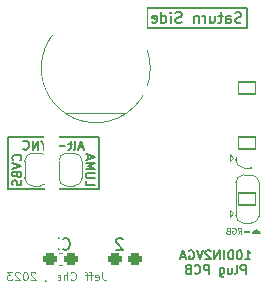
<source format=gbr>
G04 #@! TF.GenerationSoftware,KiCad,Pcbnew,(6.0.6-0)*
G04 #@! TF.CreationDate,2023-01-05T22:31:35-05:00*
G04 #@! TF.ProjectId,10DIN2VGA,31304449-4e32-4564-9741-2e6b69636164,1.0*
G04 #@! TF.SameCoordinates,Original*
G04 #@! TF.FileFunction,Legend,Bot*
G04 #@! TF.FilePolarity,Positive*
%FSLAX46Y46*%
G04 Gerber Fmt 4.6, Leading zero omitted, Abs format (unit mm)*
G04 Created by KiCad (PCBNEW (6.0.6-0)) date 2023-01-05 22:31:35*
%MOMM*%
%LPD*%
G01*
G04 APERTURE LIST*
G04 Aperture macros list*
%AMRoundRect*
0 Rectangle with rounded corners*
0 $1 Rounding radius*
0 $2 $3 $4 $5 $6 $7 $8 $9 X,Y pos of 4 corners*
0 Add a 4 corners polygon primitive as box body*
4,1,4,$2,$3,$4,$5,$6,$7,$8,$9,$2,$3,0*
0 Add four circle primitives for the rounded corners*
1,1,$1+$1,$2,$3*
1,1,$1+$1,$4,$5*
1,1,$1+$1,$6,$7*
1,1,$1+$1,$8,$9*
0 Add four rect primitives between the rounded corners*
20,1,$1+$1,$2,$3,$4,$5,0*
20,1,$1+$1,$4,$5,$6,$7,0*
20,1,$1+$1,$6,$7,$8,$9,0*
20,1,$1+$1,$8,$9,$2,$3,0*%
%AMFreePoly0*
4,1,87,-0.648869,2.754349,-0.511172,2.720633,-0.497808,2.715259,-0.375109,2.644249,-0.363792,2.635340,-0.265954,2.532748,-0.257592,2.521021,-0.192482,2.395093,-0.187747,2.381490,-0.160596,2.242348,-0.159870,2.227962,-0.161257,2.212898,-0.122695,1.847685,-0.047787,1.458701,0.059894,1.077478,0.199570,0.706771,0.370223,0.349286,0.570637,0.007567,0.799340,-0.315875,1.054694,-0.618725,
1.334850,-0.898791,1.637794,-1.154057,1.943417,-1.370010,1.962932,-1.379260,1.974942,-1.387212,2.080856,-1.481443,2.090150,-1.492445,2.165360,-1.612614,2.171194,-1.625783,2.209654,-1.762232,2.211557,-1.776510,2.210174,-1.918268,2.207993,-1.932505,2.166879,-2.068177,2.160790,-2.081229,2.083250,-2.199910,2.073742,-2.210730,1.966009,-2.302876,1.953846,-2.310592,1.824581,-2.368798,
1.810742,-2.372790,1.670336,-2.392374,1.655933,-2.392321,1.515673,-2.371713,1.501863,-2.367620,1.373027,-2.308473,1.366180,-2.304665,1.355993,-2.297921,1.351138,-2.294138,1.000952,-2.048550,0.997801,-2.046152,0.654692,-1.763225,0.651738,-1.760589,0.331705,-1.451800,0.328965,-1.448942,0.033952,-1.116167,0.031443,-1.113105,-0.236758,-0.758366,-0.239021,-0.755117,-0.478780,-0.380567,
-0.480783,-0.377152,-0.690645,0.014932,-0.692376,0.018493,-0.871065,0.425730,-0.872513,0.429415,-1.018944,0.849331,-1.020101,0.853118,-1.133384,1.283163,-1.134243,1.287028,-1.213691,1.724589,-1.214246,1.728509,-1.259376,2.170928,-1.259573,2.173518,-1.260190,2.185720,-1.259980,2.193559,-1.245262,2.334558,-1.241751,2.348527,-1.188052,2.479727,-1.180762,2.492148,-1.092397,2.603005,
-1.081913,2.612882,-0.965986,2.694480,-0.953152,2.701017,-0.818983,2.746800,-0.804829,2.749472,-0.663203,2.755757,-0.648869,2.754349,-0.648869,2.754349,$1*%
%AMFreePoly1*
4,1,87,0.918046,2.696989,0.932129,2.693972,1.065139,2.644925,1.077810,2.638076,1.191709,2.553669,1.201949,2.543539,1.287578,2.430557,1.294562,2.417962,1.345041,2.285488,1.348210,2.271436,1.359477,2.130120,1.359496,2.122283,1.358582,2.110100,1.357675,2.104183,1.314943,1.683460,1.314398,1.679583,1.236405,1.246815,1.235562,1.242992,1.124474,0.817514,1.123340,0.813767,
0.979815,0.398108,0.978396,0.394459,0.803289,-0.008913,0.801592,-0.012441,0.595940,-0.401130,0.593978,-0.404518,0.359006,-0.776216,0.356788,-0.779442,0.093888,-1.131941,0.091428,-1.134987,-0.197836,-1.466194,-0.200523,-1.469041,-0.514434,-1.776988,-0.517332,-1.779620,-0.854026,-2.062479,-0.857119,-2.064880,-1.214595,-2.320970,-1.216728,-2.322417,-1.227008,-2.329019,-1.233911,-2.332734,
-1.363562,-2.390076,-1.377428,-2.393976,-1.517960,-2.412624,-1.532362,-2.412475,-1.672481,-2.390931,-1.686263,-2.386746,-1.814703,-2.326741,-1.826756,-2.318856,-1.933192,-2.225215,-1.942549,-2.214264,-2.018424,-2.094513,-2.024330,-2.081377,-2.063547,-1.945144,-2.065529,-1.930877,-2.064931,-1.789113,-2.062829,-1.774864,-2.022468,-1.638965,-2.016451,-1.625878,-1.939570,-1.506771,-1.930122,-1.495900,
-1.822902,-1.403157,-1.810782,-1.395373,-1.797476,-1.389293,-1.502887,-1.176688,-1.205644,-0.921595,-0.930874,-0.642432,-0.680528,-0.341183,-0.456367,-0.019967,-0.259976,0.318945,-0.092747,0.673153,0.044138,1.040153,0.149714,1.417356,0.223234,1.802087,0.261950,2.170433,0.260536,2.191395,0.261614,2.205758,0.292156,2.344193,0.297221,2.357676,0.365389,2.481976,0.374036,2.493496,
0.474351,2.593667,0.485883,2.602297,0.610281,2.670287,0.623771,2.675333,0.762250,2.705676,0.776615,2.706733,0.918046,2.696989,0.918046,2.696989,$1*%
%AMFreePoly2*
4,1,37,0.585921,0.785921,0.600800,0.750000,0.600800,-0.750000,0.585921,-0.785921,0.550000,-0.800800,0.000000,-0.800800,-0.012526,-0.795612,-0.080872,-0.794359,-0.095090,-0.792057,-0.230405,-0.749782,-0.243405,-0.743581,-0.361415,-0.665026,-0.372153,-0.655426,-0.463373,-0.546907,-0.470984,-0.534678,-0.528079,-0.404919,-0.531952,-0.391047,-0.549535,-0.256587,-0.548147,-0.256405,-0.550800,-0.250000,
-0.550800,0.250000,-0.550314,0.251174,-0.550158,0.263925,-0.528347,0.404002,-0.524136,0.417775,-0.463888,0.546100,-0.455980,0.558139,-0.362136,0.664397,-0.351168,0.673732,-0.231273,0.749380,-0.218125,0.755261,-0.081818,0.794218,-0.067547,0.796173,-0.011991,0.795833,0.000000,0.800800,0.550000,0.800800,0.585921,0.785921,0.585921,0.785921,$1*%
%AMFreePoly3*
4,1,37,0.012350,0.795685,0.074215,0.795307,0.088460,0.793178,0.224281,0.752559,0.237356,0.746518,0.356318,0.669411,0.367173,0.659942,0.459711,0.552545,0.467470,0.540411,0.526147,0.411359,0.530190,0.397535,0.550287,0.257202,0.550800,0.250000,0.550800,-0.250000,0.550796,-0.250620,0.550647,-0.262836,0.549947,-0.270644,0.526427,-0.410445,0.522048,-0.424167,0.460236,-0.551746,
0.452182,-0.563686,0.357047,-0.668790,0.345965,-0.677991,0.225155,-0.752168,0.211936,-0.757888,0.075163,-0.795177,0.060870,-0.796957,0.011464,-0.796051,0.000000,-0.800800,-0.550000,-0.800800,-0.585921,-0.785921,-0.600800,-0.750000,-0.600800,0.750000,-0.585921,0.785921,-0.550000,0.800800,0.000000,0.800800,0.012350,0.795685,0.012350,0.795685,$1*%
%AMFreePoly4*
4,1,37,0.535921,0.785921,0.550800,0.750000,0.550800,-0.750000,0.535921,-0.785921,0.500000,-0.800800,0.000000,-0.800800,-0.012526,-0.795612,-0.080872,-0.794359,-0.095090,-0.792057,-0.230405,-0.749782,-0.243405,-0.743581,-0.361415,-0.665026,-0.372153,-0.655426,-0.463373,-0.546907,-0.470984,-0.534678,-0.528079,-0.404919,-0.531952,-0.391047,-0.549535,-0.256587,-0.548147,-0.256405,-0.550800,-0.250000,
-0.550800,0.250000,-0.550314,0.251174,-0.550158,0.263925,-0.528347,0.404002,-0.524136,0.417775,-0.463888,0.546100,-0.455980,0.558139,-0.362136,0.664397,-0.351168,0.673732,-0.231273,0.749380,-0.218125,0.755261,-0.081818,0.794218,-0.067547,0.796173,-0.011991,0.795833,0.000000,0.800800,0.500000,0.800800,0.535921,0.785921,0.535921,0.785921,$1*%
%AMFreePoly5*
4,1,37,0.012350,0.795685,0.074215,0.795307,0.088460,0.793178,0.224281,0.752559,0.237356,0.746518,0.356318,0.669411,0.367173,0.659942,0.459711,0.552545,0.467470,0.540411,0.526147,0.411359,0.530190,0.397535,0.550287,0.257202,0.550800,0.250000,0.550800,-0.250000,0.550796,-0.250620,0.550647,-0.262836,0.549947,-0.270644,0.526427,-0.410445,0.522048,-0.424167,0.460236,-0.551746,
0.452182,-0.563686,0.357047,-0.668790,0.345965,-0.677991,0.225155,-0.752168,0.211936,-0.757888,0.075163,-0.795177,0.060870,-0.796957,0.011464,-0.796051,0.000000,-0.800800,-0.500000,-0.800800,-0.535921,-0.785921,-0.550800,-0.750000,-0.550800,0.750000,-0.535921,0.785921,-0.500000,0.800800,0.000000,0.800800,0.012350,0.795685,0.012350,0.795685,$1*%
G04 Aperture macros list end*
%ADD10C,0.127000*%
%ADD11C,0.150000*%
%ADD12C,0.120000*%
%ADD13C,1.601600*%
%ADD14RoundRect,0.050800X-2.000000X-0.750000X2.000000X-0.750000X2.000000X0.750000X-2.000000X0.750000X0*%
%ADD15FreePoly0,0.000000*%
%ADD16FreePoly1,0.000000*%
%ADD17O,1.609600X3.117600*%
%ADD18FreePoly2,90.000000*%
%ADD19RoundRect,0.050800X0.750000X-0.500000X0.750000X0.500000X-0.750000X0.500000X-0.750000X-0.500000X0*%
%ADD20FreePoly3,90.000000*%
%ADD21RoundRect,0.288300X0.300000X0.237500X-0.300000X0.237500X-0.300000X-0.237500X0.300000X-0.237500X0*%
%ADD22FreePoly4,270.000000*%
%ADD23FreePoly5,270.000000*%
G04 APERTURE END LIST*
D10*
X144245000Y-108476250D02*
X143607500Y-108476250D01*
X126740000Y-103905000D02*
X126740000Y-104480000D01*
X126740000Y-102812500D02*
X126740000Y-103367500D01*
X122940000Y-100370000D02*
X130610000Y-100370000D01*
X130610000Y-100370000D02*
X130610000Y-104760000D01*
X130610000Y-104760000D02*
X122940000Y-104760000D01*
X122940000Y-104760000D02*
X122940000Y-100370000D01*
X126740000Y-101690000D02*
X126740000Y-102245000D01*
X143607500Y-108476250D02*
X143932500Y-108163750D01*
X143932500Y-108163750D02*
X144245000Y-108476250D01*
X143140000Y-89380000D02*
X134650000Y-89380000D01*
X134650000Y-89380000D02*
X134650000Y-91090000D01*
X134650000Y-91090000D02*
X143140000Y-91090000D01*
X143140000Y-91090000D02*
X143140000Y-89380000D01*
D11*
X142647857Y-90634285D02*
X142519285Y-90677142D01*
X142305000Y-90677142D01*
X142219285Y-90634285D01*
X142176428Y-90591428D01*
X142133571Y-90505714D01*
X142133571Y-90420000D01*
X142176428Y-90334285D01*
X142219285Y-90291428D01*
X142305000Y-90248571D01*
X142476428Y-90205714D01*
X142562142Y-90162857D01*
X142605000Y-90120000D01*
X142647857Y-90034285D01*
X142647857Y-89948571D01*
X142605000Y-89862857D01*
X142562142Y-89820000D01*
X142476428Y-89777142D01*
X142262142Y-89777142D01*
X142133571Y-89820000D01*
X141362142Y-90677142D02*
X141362142Y-90205714D01*
X141405000Y-90120000D01*
X141490714Y-90077142D01*
X141662142Y-90077142D01*
X141747857Y-90120000D01*
X141362142Y-90634285D02*
X141447857Y-90677142D01*
X141662142Y-90677142D01*
X141747857Y-90634285D01*
X141790714Y-90548571D01*
X141790714Y-90462857D01*
X141747857Y-90377142D01*
X141662142Y-90334285D01*
X141447857Y-90334285D01*
X141362142Y-90291428D01*
X141062142Y-90077142D02*
X140719285Y-90077142D01*
X140933571Y-89777142D02*
X140933571Y-90548571D01*
X140890714Y-90634285D01*
X140805000Y-90677142D01*
X140719285Y-90677142D01*
X140033571Y-90077142D02*
X140033571Y-90677142D01*
X140419285Y-90077142D02*
X140419285Y-90548571D01*
X140376428Y-90634285D01*
X140290714Y-90677142D01*
X140162142Y-90677142D01*
X140076428Y-90634285D01*
X140033571Y-90591428D01*
X139605000Y-90677142D02*
X139605000Y-90077142D01*
X139605000Y-90248571D02*
X139562142Y-90162857D01*
X139519285Y-90120000D01*
X139433571Y-90077142D01*
X139347857Y-90077142D01*
X139047857Y-90077142D02*
X139047857Y-90677142D01*
X139047857Y-90162857D02*
X139005000Y-90120000D01*
X138919285Y-90077142D01*
X138790714Y-90077142D01*
X138705000Y-90120000D01*
X138662142Y-90205714D01*
X138662142Y-90677142D01*
X137590714Y-90634285D02*
X137462142Y-90677142D01*
X137247857Y-90677142D01*
X137162142Y-90634285D01*
X137119285Y-90591428D01*
X137076428Y-90505714D01*
X137076428Y-90420000D01*
X137119285Y-90334285D01*
X137162142Y-90291428D01*
X137247857Y-90248571D01*
X137419285Y-90205714D01*
X137505000Y-90162857D01*
X137547857Y-90120000D01*
X137590714Y-90034285D01*
X137590714Y-89948571D01*
X137547857Y-89862857D01*
X137505000Y-89820000D01*
X137419285Y-89777142D01*
X137205000Y-89777142D01*
X137076428Y-89820000D01*
X136690714Y-90677142D02*
X136690714Y-90077142D01*
X136690714Y-89777142D02*
X136733571Y-89820000D01*
X136690714Y-89862857D01*
X136647857Y-89820000D01*
X136690714Y-89777142D01*
X136690714Y-89862857D01*
X135876428Y-90677142D02*
X135876428Y-89777142D01*
X135876428Y-90634285D02*
X135962142Y-90677142D01*
X136133571Y-90677142D01*
X136219285Y-90634285D01*
X136262142Y-90591428D01*
X136305000Y-90505714D01*
X136305000Y-90248571D01*
X136262142Y-90162857D01*
X136219285Y-90120000D01*
X136133571Y-90077142D01*
X135962142Y-90077142D01*
X135876428Y-90120000D01*
X135105000Y-90634285D02*
X135190714Y-90677142D01*
X135362142Y-90677142D01*
X135447857Y-90634285D01*
X135490714Y-90548571D01*
X135490714Y-90205714D01*
X135447857Y-90120000D01*
X135362142Y-90077142D01*
X135190714Y-90077142D01*
X135105000Y-90120000D01*
X135062142Y-90205714D01*
X135062142Y-90291428D01*
X135490714Y-90377142D01*
D10*
X129290000Y-101177000D02*
X128927142Y-101177000D01*
X129362571Y-101394714D02*
X129108571Y-100632714D01*
X128854571Y-101394714D01*
X128491714Y-101394714D02*
X128564285Y-101358428D01*
X128600571Y-101285857D01*
X128600571Y-100632714D01*
X128310285Y-100886714D02*
X128020000Y-100886714D01*
X128201428Y-100632714D02*
X128201428Y-101285857D01*
X128165142Y-101358428D01*
X128092571Y-101394714D01*
X128020000Y-101394714D01*
X127766000Y-101104428D02*
X127185428Y-101104428D01*
X126858857Y-101358428D02*
X126750000Y-101394714D01*
X126568571Y-101394714D01*
X126496000Y-101358428D01*
X126459714Y-101322142D01*
X126423428Y-101249571D01*
X126423428Y-101177000D01*
X126459714Y-101104428D01*
X126496000Y-101068142D01*
X126568571Y-101031857D01*
X126713714Y-100995571D01*
X126786285Y-100959285D01*
X126822571Y-100923000D01*
X126858857Y-100850428D01*
X126858857Y-100777857D01*
X126822571Y-100705285D01*
X126786285Y-100669000D01*
X126713714Y-100632714D01*
X126532285Y-100632714D01*
X126423428Y-100669000D01*
X125951714Y-101031857D02*
X125951714Y-101394714D01*
X126205714Y-100632714D02*
X125951714Y-101031857D01*
X125697714Y-100632714D01*
X125443714Y-101394714D02*
X125443714Y-100632714D01*
X125008285Y-101394714D01*
X125008285Y-100632714D01*
X124210000Y-101322142D02*
X124246285Y-101358428D01*
X124355142Y-101394714D01*
X124427714Y-101394714D01*
X124536571Y-101358428D01*
X124609142Y-101285857D01*
X124645428Y-101213285D01*
X124681714Y-101068142D01*
X124681714Y-100959285D01*
X124645428Y-100814142D01*
X124609142Y-100741571D01*
X124536571Y-100669000D01*
X124427714Y-100632714D01*
X124355142Y-100632714D01*
X124246285Y-100669000D01*
X124210000Y-100705285D01*
D12*
X130886666Y-111756666D02*
X130886666Y-112256666D01*
X130920000Y-112356666D01*
X130986666Y-112423333D01*
X131086666Y-112456666D01*
X131153333Y-112456666D01*
X130286666Y-112423333D02*
X130353333Y-112456666D01*
X130486666Y-112456666D01*
X130553333Y-112423333D01*
X130586666Y-112356666D01*
X130586666Y-112090000D01*
X130553333Y-112023333D01*
X130486666Y-111990000D01*
X130353333Y-111990000D01*
X130286666Y-112023333D01*
X130253333Y-112090000D01*
X130253333Y-112156666D01*
X130586666Y-112223333D01*
X130053333Y-111990000D02*
X129786666Y-111990000D01*
X129953333Y-112456666D02*
X129953333Y-111856666D01*
X129920000Y-111790000D01*
X129853333Y-111756666D01*
X129786666Y-111756666D01*
X129653333Y-111990000D02*
X129386666Y-111990000D01*
X129553333Y-112456666D02*
X129553333Y-111856666D01*
X129520000Y-111790000D01*
X129453333Y-111756666D01*
X129386666Y-111756666D01*
X128220000Y-112390000D02*
X128253333Y-112423333D01*
X128353333Y-112456666D01*
X128420000Y-112456666D01*
X128520000Y-112423333D01*
X128586666Y-112356666D01*
X128620000Y-112290000D01*
X128653333Y-112156666D01*
X128653333Y-112056666D01*
X128620000Y-111923333D01*
X128586666Y-111856666D01*
X128520000Y-111790000D01*
X128420000Y-111756666D01*
X128353333Y-111756666D01*
X128253333Y-111790000D01*
X128220000Y-111823333D01*
X127920000Y-112456666D02*
X127920000Y-111756666D01*
X127620000Y-112456666D02*
X127620000Y-112090000D01*
X127653333Y-112023333D01*
X127720000Y-111990000D01*
X127820000Y-111990000D01*
X127886666Y-112023333D01*
X127920000Y-112056666D01*
X127020000Y-112423333D02*
X127086666Y-112456666D01*
X127220000Y-112456666D01*
X127286666Y-112423333D01*
X127320000Y-112356666D01*
X127320000Y-112090000D01*
X127286666Y-112023333D01*
X127220000Y-111990000D01*
X127086666Y-111990000D01*
X127020000Y-112023333D01*
X126986666Y-112090000D01*
X126986666Y-112156666D01*
X127320000Y-112223333D01*
X126686666Y-111990000D02*
X126686666Y-112456666D01*
X126686666Y-112056666D02*
X126653333Y-112023333D01*
X126586666Y-111990000D01*
X126486666Y-111990000D01*
X126420000Y-112023333D01*
X126386666Y-112090000D01*
X126386666Y-112456666D01*
X126020000Y-112423333D02*
X126020000Y-112456666D01*
X126053333Y-112523333D01*
X126086666Y-112556666D01*
X125220000Y-111823333D02*
X125186666Y-111790000D01*
X125120000Y-111756666D01*
X124953333Y-111756666D01*
X124886666Y-111790000D01*
X124853333Y-111823333D01*
X124820000Y-111890000D01*
X124820000Y-111956666D01*
X124853333Y-112056666D01*
X125253333Y-112456666D01*
X124820000Y-112456666D01*
X124386666Y-111756666D02*
X124320000Y-111756666D01*
X124253333Y-111790000D01*
X124220000Y-111823333D01*
X124186666Y-111890000D01*
X124153333Y-112023333D01*
X124153333Y-112190000D01*
X124186666Y-112323333D01*
X124220000Y-112390000D01*
X124253333Y-112423333D01*
X124320000Y-112456666D01*
X124386666Y-112456666D01*
X124453333Y-112423333D01*
X124486666Y-112390000D01*
X124520000Y-112323333D01*
X124553333Y-112190000D01*
X124553333Y-112023333D01*
X124520000Y-111890000D01*
X124486666Y-111823333D01*
X124453333Y-111790000D01*
X124386666Y-111756666D01*
X123886666Y-111823333D02*
X123853333Y-111790000D01*
X123786666Y-111756666D01*
X123620000Y-111756666D01*
X123553333Y-111790000D01*
X123520000Y-111823333D01*
X123486666Y-111890000D01*
X123486666Y-111956666D01*
X123520000Y-112056666D01*
X123920000Y-112456666D01*
X123486666Y-112456666D01*
X123253333Y-111756666D02*
X122820000Y-111756666D01*
X123053333Y-112023333D01*
X122953333Y-112023333D01*
X122886666Y-112056666D01*
X122853333Y-112090000D01*
X122820000Y-112156666D01*
X122820000Y-112323333D01*
X122853333Y-112390000D01*
X122886666Y-112423333D01*
X122953333Y-112456666D01*
X123153333Y-112456666D01*
X123220000Y-112423333D01*
X123253333Y-112390000D01*
D10*
X142993714Y-110691304D02*
X143429142Y-110691304D01*
X143211428Y-110691304D02*
X143211428Y-109929304D01*
X143284000Y-110038161D01*
X143356571Y-110110732D01*
X143429142Y-110147018D01*
X142522000Y-109929304D02*
X142449428Y-109929304D01*
X142376857Y-109965590D01*
X142340571Y-110001875D01*
X142304285Y-110074447D01*
X142268000Y-110219590D01*
X142268000Y-110401018D01*
X142304285Y-110546161D01*
X142340571Y-110618732D01*
X142376857Y-110655018D01*
X142449428Y-110691304D01*
X142522000Y-110691304D01*
X142594571Y-110655018D01*
X142630857Y-110618732D01*
X142667142Y-110546161D01*
X142703428Y-110401018D01*
X142703428Y-110219590D01*
X142667142Y-110074447D01*
X142630857Y-110001875D01*
X142594571Y-109965590D01*
X142522000Y-109929304D01*
X141941428Y-110691304D02*
X141941428Y-109929304D01*
X141760000Y-109929304D01*
X141651142Y-109965590D01*
X141578571Y-110038161D01*
X141542285Y-110110732D01*
X141506000Y-110255875D01*
X141506000Y-110364732D01*
X141542285Y-110509875D01*
X141578571Y-110582447D01*
X141651142Y-110655018D01*
X141760000Y-110691304D01*
X141941428Y-110691304D01*
X141179428Y-110691304D02*
X141179428Y-109929304D01*
X140816571Y-110691304D02*
X140816571Y-109929304D01*
X140381142Y-110691304D01*
X140381142Y-109929304D01*
X140054571Y-110001875D02*
X140018285Y-109965590D01*
X139945714Y-109929304D01*
X139764285Y-109929304D01*
X139691714Y-109965590D01*
X139655428Y-110001875D01*
X139619142Y-110074447D01*
X139619142Y-110147018D01*
X139655428Y-110255875D01*
X140090857Y-110691304D01*
X139619142Y-110691304D01*
X139401428Y-109929304D02*
X139147428Y-110691304D01*
X138893428Y-109929304D01*
X138240285Y-109965590D02*
X138312857Y-109929304D01*
X138421714Y-109929304D01*
X138530571Y-109965590D01*
X138603142Y-110038161D01*
X138639428Y-110110732D01*
X138675714Y-110255875D01*
X138675714Y-110364732D01*
X138639428Y-110509875D01*
X138603142Y-110582447D01*
X138530571Y-110655018D01*
X138421714Y-110691304D01*
X138349142Y-110691304D01*
X138240285Y-110655018D01*
X138204000Y-110618732D01*
X138204000Y-110364732D01*
X138349142Y-110364732D01*
X137913714Y-110473590D02*
X137550857Y-110473590D01*
X137986285Y-110691304D02*
X137732285Y-109929304D01*
X137478285Y-110691304D01*
X143011857Y-111918124D02*
X143011857Y-111156124D01*
X142721571Y-111156124D01*
X142649000Y-111192410D01*
X142612714Y-111228695D01*
X142576428Y-111301267D01*
X142576428Y-111410124D01*
X142612714Y-111482695D01*
X142649000Y-111518981D01*
X142721571Y-111555267D01*
X143011857Y-111555267D01*
X142141000Y-111918124D02*
X142213571Y-111881838D01*
X142249857Y-111809267D01*
X142249857Y-111156124D01*
X141524142Y-111410124D02*
X141524142Y-111918124D01*
X141850714Y-111410124D02*
X141850714Y-111809267D01*
X141814428Y-111881838D01*
X141741857Y-111918124D01*
X141633000Y-111918124D01*
X141560428Y-111881838D01*
X141524142Y-111845552D01*
X140834714Y-111410124D02*
X140834714Y-112026981D01*
X140871000Y-112099552D01*
X140907285Y-112135838D01*
X140979857Y-112172124D01*
X141088714Y-112172124D01*
X141161285Y-112135838D01*
X140834714Y-111881838D02*
X140907285Y-111918124D01*
X141052428Y-111918124D01*
X141125000Y-111881838D01*
X141161285Y-111845552D01*
X141197571Y-111772981D01*
X141197571Y-111555267D01*
X141161285Y-111482695D01*
X141125000Y-111446410D01*
X141052428Y-111410124D01*
X140907285Y-111410124D01*
X140834714Y-111446410D01*
X139891285Y-111918124D02*
X139891285Y-111156124D01*
X139601000Y-111156124D01*
X139528428Y-111192410D01*
X139492142Y-111228695D01*
X139455857Y-111301267D01*
X139455857Y-111410124D01*
X139492142Y-111482695D01*
X139528428Y-111518981D01*
X139601000Y-111555267D01*
X139891285Y-111555267D01*
X138693857Y-111845552D02*
X138730142Y-111881838D01*
X138839000Y-111918124D01*
X138911571Y-111918124D01*
X139020428Y-111881838D01*
X139093000Y-111809267D01*
X139129285Y-111736695D01*
X139165571Y-111591552D01*
X139165571Y-111482695D01*
X139129285Y-111337552D01*
X139093000Y-111264981D01*
X139020428Y-111192410D01*
X138911571Y-111156124D01*
X138839000Y-111156124D01*
X138730142Y-111192410D01*
X138693857Y-111228695D01*
X138113285Y-111518981D02*
X138004428Y-111555267D01*
X137968142Y-111591552D01*
X137931857Y-111664124D01*
X137931857Y-111772981D01*
X137968142Y-111845552D01*
X138004428Y-111881838D01*
X138077000Y-111918124D01*
X138367285Y-111918124D01*
X138367285Y-111156124D01*
X138113285Y-111156124D01*
X138040714Y-111192410D01*
X138004428Y-111228695D01*
X137968142Y-111301267D01*
X137968142Y-111373838D01*
X138004428Y-111446410D01*
X138040714Y-111482695D01*
X138113285Y-111518981D01*
X138367285Y-111518981D01*
X129480285Y-104050285D02*
X129480285Y-104413142D01*
X130242285Y-104413142D01*
X130242285Y-103796285D02*
X129625428Y-103796285D01*
X129552857Y-103760000D01*
X129516571Y-103723714D01*
X129480285Y-103651142D01*
X129480285Y-103506000D01*
X129516571Y-103433428D01*
X129552857Y-103397142D01*
X129625428Y-103360857D01*
X130242285Y-103360857D01*
X129480285Y-102998000D02*
X130242285Y-102998000D01*
X129698000Y-102744000D01*
X130242285Y-102490000D01*
X129480285Y-102490000D01*
X129698000Y-102163428D02*
X129698000Y-101800571D01*
X129480285Y-102236000D02*
X130242285Y-101982000D01*
X129480285Y-101728000D01*
X123952142Y-102285428D02*
X123988428Y-102249142D01*
X124024714Y-102140285D01*
X124024714Y-102067714D01*
X123988428Y-101958857D01*
X123915857Y-101886285D01*
X123843285Y-101850000D01*
X123698142Y-101813714D01*
X123589285Y-101813714D01*
X123444142Y-101850000D01*
X123371571Y-101886285D01*
X123299000Y-101958857D01*
X123262714Y-102067714D01*
X123262714Y-102140285D01*
X123299000Y-102249142D01*
X123335285Y-102285428D01*
X123262714Y-102503142D02*
X124024714Y-102757142D01*
X123262714Y-103011142D01*
X123625571Y-103519142D02*
X123661857Y-103628000D01*
X123698142Y-103664285D01*
X123770714Y-103700571D01*
X123879571Y-103700571D01*
X123952142Y-103664285D01*
X123988428Y-103628000D01*
X124024714Y-103555428D01*
X124024714Y-103265142D01*
X123262714Y-103265142D01*
X123262714Y-103519142D01*
X123299000Y-103591714D01*
X123335285Y-103628000D01*
X123407857Y-103664285D01*
X123480428Y-103664285D01*
X123553000Y-103628000D01*
X123589285Y-103591714D01*
X123625571Y-103519142D01*
X123625571Y-103265142D01*
X123988428Y-103990857D02*
X124024714Y-104099714D01*
X124024714Y-104281142D01*
X123988428Y-104353714D01*
X123952142Y-104390000D01*
X123879571Y-104426285D01*
X123807000Y-104426285D01*
X123734428Y-104390000D01*
X123698142Y-104353714D01*
X123661857Y-104281142D01*
X123625571Y-104136000D01*
X123589285Y-104063428D01*
X123553000Y-104027142D01*
X123480428Y-103990857D01*
X123407857Y-103990857D01*
X123335285Y-104027142D01*
X123299000Y-104063428D01*
X123262714Y-104136000D01*
X123262714Y-104317428D01*
X123299000Y-104426285D01*
D12*
X143285476Y-108259285D02*
X142904523Y-108259285D01*
X142904523Y-108402142D02*
X143285476Y-108402142D01*
X142380714Y-108521190D02*
X142547380Y-108283095D01*
X142666428Y-108521190D02*
X142666428Y-108021190D01*
X142475952Y-108021190D01*
X142428333Y-108045000D01*
X142404523Y-108068809D01*
X142380714Y-108116428D01*
X142380714Y-108187857D01*
X142404523Y-108235476D01*
X142428333Y-108259285D01*
X142475952Y-108283095D01*
X142666428Y-108283095D01*
X141904523Y-108045000D02*
X141952142Y-108021190D01*
X142023571Y-108021190D01*
X142095000Y-108045000D01*
X142142619Y-108092619D01*
X142166428Y-108140238D01*
X142190238Y-108235476D01*
X142190238Y-108306904D01*
X142166428Y-108402142D01*
X142142619Y-108449761D01*
X142095000Y-108497380D01*
X142023571Y-108521190D01*
X141975952Y-108521190D01*
X141904523Y-108497380D01*
X141880714Y-108473571D01*
X141880714Y-108306904D01*
X141975952Y-108306904D01*
X141499761Y-108259285D02*
X141428333Y-108283095D01*
X141404523Y-108306904D01*
X141380714Y-108354523D01*
X141380714Y-108425952D01*
X141404523Y-108473571D01*
X141428333Y-108497380D01*
X141475952Y-108521190D01*
X141666428Y-108521190D01*
X141666428Y-108021190D01*
X141499761Y-108021190D01*
X141452142Y-108045000D01*
X141428333Y-108068809D01*
X141404523Y-108116428D01*
X141404523Y-108164047D01*
X141428333Y-108211666D01*
X141452142Y-108235476D01*
X141499761Y-108259285D01*
X141666428Y-108259285D01*
D11*
X127516666Y-109807142D02*
X127564285Y-109854761D01*
X127707142Y-109902380D01*
X127802380Y-109902380D01*
X127945238Y-109854761D01*
X128040476Y-109759523D01*
X128088095Y-109664285D01*
X128135714Y-109473809D01*
X128135714Y-109330952D01*
X128088095Y-109140476D01*
X128040476Y-109045238D01*
X127945238Y-108950000D01*
X127802380Y-108902380D01*
X127707142Y-108902380D01*
X127564285Y-108950000D01*
X127516666Y-108997619D01*
X127183333Y-108902380D02*
X126564285Y-108902380D01*
X126897619Y-109283333D01*
X126754761Y-109283333D01*
X126659523Y-109330952D01*
X126611904Y-109378571D01*
X126564285Y-109473809D01*
X126564285Y-109711904D01*
X126611904Y-109807142D01*
X126659523Y-109854761D01*
X126754761Y-109902380D01*
X127040476Y-109902380D01*
X127135714Y-109854761D01*
X127183333Y-109807142D01*
X133006666Y-109807142D02*
X133054285Y-109854761D01*
X133197142Y-109902380D01*
X133292380Y-109902380D01*
X133435238Y-109854761D01*
X133530476Y-109759523D01*
X133578095Y-109664285D01*
X133625714Y-109473809D01*
X133625714Y-109330952D01*
X133578095Y-109140476D01*
X133530476Y-109045238D01*
X133435238Y-108950000D01*
X133292380Y-108902380D01*
X133197142Y-108902380D01*
X133054285Y-108950000D01*
X133006666Y-108997619D01*
X132625714Y-108997619D02*
X132578095Y-108950000D01*
X132482857Y-108902380D01*
X132244761Y-108902380D01*
X132149523Y-108950000D01*
X132101904Y-108997619D01*
X132054285Y-109092857D01*
X132054285Y-109188095D01*
X132101904Y-109330952D01*
X132673333Y-109902380D01*
X132054285Y-109902380D01*
D12*
X127740000Y-98335000D02*
X132915000Y-98335000D01*
X134947072Y-94506088D02*
G75*
G03*
X134947072Y-94506088I-4621187J0D01*
G01*
X141660000Y-102370000D02*
X141660000Y-101770000D01*
X141960000Y-102070000D02*
X141660000Y-101770000D01*
X142160000Y-99470000D02*
X142160000Y-102270000D01*
X144160000Y-102270000D02*
X144160000Y-99470000D01*
X141960000Y-102070000D02*
X141660000Y-102370000D01*
X142860000Y-102920000D02*
X143460000Y-102920000D01*
X143460000Y-98820000D02*
X142860000Y-98820000D01*
X144160000Y-99520000D02*
G75*
G03*
X143460000Y-98820000I-700000J0D01*
G01*
X142860000Y-98820000D02*
G75*
G03*
X142160000Y-99520000I0J-700000D01*
G01*
X142160000Y-102220000D02*
G75*
G03*
X142860000Y-102920000I699999J-1D01*
G01*
X143460000Y-102920000D02*
G75*
G03*
X144160000Y-102220000I1J699999D01*
G01*
X142862500Y-98220000D02*
X143462500Y-98220000D01*
X143462500Y-94120000D02*
X142862500Y-94120000D01*
X141962500Y-97370000D02*
X141662500Y-97070000D01*
X142162500Y-94770000D02*
X142162500Y-97570000D01*
X141662500Y-97670000D02*
X141662500Y-97070000D01*
X141962500Y-97370000D02*
X141662500Y-97670000D01*
X144162500Y-97570000D02*
X144162500Y-94770000D01*
X144162500Y-94820000D02*
G75*
G03*
X143462500Y-94120000I-700000J0D01*
G01*
X143462500Y-98220000D02*
G75*
G03*
X144162500Y-97520000I1J699999D01*
G01*
X142862500Y-94120000D02*
G75*
G03*
X142162500Y-94820000I0J-700000D01*
G01*
X142162500Y-97520000D02*
G75*
G03*
X142862500Y-98220000I699999J-1D01*
G01*
X141670000Y-107080000D02*
X141670000Y-106480000D01*
X144170000Y-106980000D02*
X144170000Y-104180000D01*
X141970000Y-106780000D02*
X141670000Y-107080000D01*
X142170000Y-104180000D02*
X142170000Y-106980000D01*
X141970000Y-106780000D02*
X141670000Y-106480000D01*
X143470000Y-103530000D02*
X142870000Y-103530000D01*
X142870000Y-107630000D02*
X143470000Y-107630000D01*
X144170000Y-104230000D02*
G75*
G03*
X143470000Y-103530000I-700000J0D01*
G01*
X143470000Y-107630000D02*
G75*
G03*
X144170000Y-106930000I1J699999D01*
G01*
X142170000Y-106930000D02*
G75*
G03*
X142870000Y-107630000I699999J-1D01*
G01*
X142870000Y-103530000D02*
G75*
G03*
X142170000Y-104230000I0J-700000D01*
G01*
X127476267Y-111140000D02*
X127183733Y-111140000D01*
X127476267Y-110120000D02*
X127183733Y-110120000D01*
X126310000Y-103780000D02*
X126310000Y-102380000D01*
X125610000Y-101680000D02*
X125010000Y-101680000D01*
X124310000Y-102380000D02*
X124310000Y-103780000D01*
X125010000Y-104480000D02*
X125610000Y-104480000D01*
X126310000Y-102380000D02*
G75*
G03*
X125610000Y-101680000I-699999J1D01*
G01*
X125010000Y-101680000D02*
G75*
G03*
X124310000Y-102380000I-1J-699999D01*
G01*
X125610000Y-104480000D02*
G75*
G03*
X126310000Y-103780000I0J700000D01*
G01*
X124310000Y-103780000D02*
G75*
G03*
X125010000Y-104480000I700000J0D01*
G01*
X127180000Y-102380000D02*
X127180000Y-103780000D01*
X129180000Y-103780000D02*
X129180000Y-102380000D01*
X128480000Y-101680000D02*
X127880000Y-101680000D01*
X127880000Y-104480000D02*
X128480000Y-104480000D01*
X128480000Y-104480000D02*
G75*
G03*
X129180000Y-103780000I0J700000D01*
G01*
X127880000Y-101680000D02*
G75*
G03*
X127180000Y-102380000I-1J-699999D01*
G01*
X127180000Y-103780000D02*
G75*
G03*
X127880000Y-104480000I700000J0D01*
G01*
X129180000Y-102380000D02*
G75*
G03*
X128480000Y-101680000I-699999J1D01*
G01*
X132971267Y-110140000D02*
X132678733Y-110140000D01*
X132971267Y-111160000D02*
X132678733Y-111160000D01*
%LPC*%
D13*
X140021496Y-105950007D03*
X138246496Y-104700007D03*
X138246496Y-107250007D03*
X140021496Y-95800007D03*
X138246496Y-102150007D03*
X138246496Y-99625007D03*
X138246496Y-97075007D03*
X140021496Y-103425007D03*
X140021496Y-98325007D03*
X140046496Y-100875007D03*
X138246496Y-94525007D03*
X132315000Y-97110000D03*
X130315000Y-97110000D03*
X128315000Y-97110000D03*
X133340000Y-95110000D03*
X131315000Y-95110000D03*
X129340000Y-95110000D03*
X127340000Y-95110000D03*
X132840000Y-93110000D03*
X129815000Y-93110000D03*
X127840000Y-93110000D03*
D14*
X130340000Y-89810000D03*
D15*
X125865000Y-97035000D03*
D16*
X134690000Y-96985000D03*
D17*
X123440000Y-108840000D03*
X125840000Y-106840000D03*
X131340000Y-106840000D03*
X135040000Y-108840000D03*
X129540000Y-108840000D03*
D18*
X143160000Y-102170000D03*
D19*
X143160000Y-100870000D03*
D20*
X143160000Y-99570000D03*
D18*
X143162500Y-97470000D03*
D19*
X143162500Y-96170000D03*
D20*
X143162500Y-94870000D03*
D18*
X143170000Y-106880000D03*
D19*
X143170000Y-105580000D03*
D20*
X143170000Y-104280000D03*
D21*
X128192500Y-110630000D03*
X126467500Y-110630000D03*
D22*
X125310000Y-102430000D03*
D23*
X125310000Y-103730000D03*
D22*
X128180000Y-102430000D03*
D23*
X128180000Y-103730000D03*
D21*
X133687500Y-110650000D03*
X131962500Y-110650000D03*
M02*

</source>
